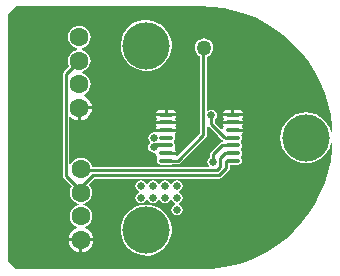
<source format=gtl>
G04 Layer_Physical_Order=1*
G04 Layer_Color=255*
%FSLAX25Y25*%
%MOIN*%
G70*
G01*
G75*
%ADD10O,0.04921X0.01378*%
%ADD11C,0.01200*%
%ADD12C,0.01000*%
%ADD13C,0.06300*%
%ADD14C,0.15748*%
%ADD15C,0.05000*%
%ADD16C,0.02500*%
G36*
X376825Y298725D02*
X380622Y298225D01*
X384360Y297396D01*
X388012Y296245D01*
X391549Y294779D01*
X394946Y293011D01*
X398175Y290954D01*
X401213Y288623D01*
X404036Y286036D01*
X406623Y283213D01*
X408954Y280175D01*
X411011Y276946D01*
X412780Y273550D01*
X414245Y270012D01*
X415396Y266360D01*
X416225Y262622D01*
X416725Y258825D01*
X416810Y256872D01*
X416313Y256787D01*
X415867Y258259D01*
X415080Y259731D01*
X414021Y261021D01*
X412731Y262080D01*
X411259Y262867D01*
X409661Y263351D01*
X408000Y263515D01*
X406339Y263351D01*
X404741Y262867D01*
X403269Y262080D01*
X401979Y261021D01*
X400920Y259731D01*
X400133Y258259D01*
X399649Y256661D01*
X399485Y255000D01*
X399649Y253339D01*
X400133Y251741D01*
X400920Y250269D01*
X401979Y248979D01*
X403269Y247920D01*
X404741Y247133D01*
X406339Y246649D01*
X408000Y246485D01*
X409661Y246649D01*
X411259Y247133D01*
X412731Y247920D01*
X414021Y248979D01*
X415080Y250269D01*
X415867Y251741D01*
X416313Y253213D01*
X416810Y253128D01*
X416725Y251175D01*
X416225Y247378D01*
X415396Y243640D01*
X414245Y239988D01*
X412780Y236451D01*
X411011Y233054D01*
X408954Y229825D01*
X406623Y226787D01*
X404036Y223964D01*
X401213Y221377D01*
X398175Y219046D01*
X394946Y216989D01*
X391549Y215220D01*
X388012Y213755D01*
X384360Y212604D01*
X380622Y211775D01*
X376825Y211275D01*
X373471Y211129D01*
X373468Y211130D01*
X373000Y211224D01*
X311507D01*
X308723Y214007D01*
Y295993D01*
X311504Y298774D01*
X372503D01*
X372971Y298867D01*
X373008Y298891D01*
X376825Y298725D01*
D02*
G37*
%LPC*%
G36*
X332500Y292404D02*
X331521Y292276D01*
X330609Y291898D01*
X329825Y291297D01*
X329224Y290513D01*
X328847Y289601D01*
X328718Y288622D01*
X328847Y287643D01*
X329224Y286731D01*
X329825Y285947D01*
X330609Y285346D01*
X331521Y284968D01*
X331759Y284937D01*
Y284433D01*
X331521Y284401D01*
X330609Y284024D01*
X329825Y283422D01*
X329224Y282639D01*
X328847Y281727D01*
X328718Y280748D01*
X328847Y279769D01*
X329165Y278999D01*
X327207Y277041D01*
X326964Y276677D01*
X326878Y276248D01*
X326878Y276248D01*
Y242374D01*
X326878Y242374D01*
X326964Y241945D01*
X327207Y241581D01*
X329909Y238879D01*
X329724Y238639D01*
X329346Y237727D01*
X329218Y236748D01*
X329346Y235769D01*
X329724Y234857D01*
X330326Y234073D01*
X331109Y233472D01*
X332021Y233095D01*
X332259Y233063D01*
Y232559D01*
X332021Y232527D01*
X331109Y232150D01*
X330326Y231549D01*
X329724Y230765D01*
X329346Y229853D01*
X329218Y228874D01*
X329346Y227895D01*
X329724Y226983D01*
X330326Y226200D01*
X331109Y225598D01*
X331530Y225424D01*
Y224883D01*
X330907Y224625D01*
X330040Y223960D01*
X329375Y223093D01*
X328957Y222083D01*
X328880Y221500D01*
X333000D01*
X337120D01*
X337043Y222083D01*
X336625Y223093D01*
X335960Y223960D01*
X335093Y224625D01*
X334470Y224883D01*
Y225424D01*
X334891Y225598D01*
X335675Y226200D01*
X336276Y226983D01*
X336653Y227895D01*
X336782Y228874D01*
X336653Y229853D01*
X336276Y230765D01*
X335675Y231549D01*
X334891Y232150D01*
X333979Y232527D01*
X333741Y232559D01*
Y233063D01*
X333979Y233095D01*
X334891Y233472D01*
X335675Y234073D01*
X336276Y234857D01*
X336653Y235769D01*
X336782Y236748D01*
X336653Y237727D01*
X336276Y238639D01*
X335675Y239422D01*
X335672Y239460D01*
X337591Y241378D01*
X379027D01*
X379027Y241378D01*
X379456Y241464D01*
X379820Y241707D01*
X382293Y244180D01*
X382293Y244180D01*
X382536Y244544D01*
X382622Y244973D01*
Y246009D01*
X385394D01*
X385897Y246109D01*
X386323Y246393D01*
X386608Y246820D01*
X386708Y247323D01*
X386608Y247826D01*
X386323Y248252D01*
X386249Y248302D01*
Y248903D01*
X386323Y248953D01*
X386608Y249379D01*
X386708Y249882D01*
X386608Y250385D01*
X386323Y250811D01*
X386249Y250861D01*
Y251462D01*
X386323Y251512D01*
X386608Y251938D01*
X386708Y252441D01*
X386608Y252944D01*
X386323Y253370D01*
X386249Y253420D01*
Y254021D01*
X386323Y254071D01*
X386608Y254497D01*
X386708Y255000D01*
X386608Y255503D01*
X386499Y255665D01*
X386575Y256317D01*
X386611Y256341D01*
X386985Y256900D01*
X387016Y257059D01*
X383622D01*
Y258059D01*
X387016D01*
X386985Y258218D01*
X386832Y258447D01*
X386641Y258839D01*
X386832Y259231D01*
X386985Y259459D01*
X387016Y259618D01*
X383622D01*
X380228D01*
X380259Y259459D01*
X380412Y259231D01*
X380603Y258839D01*
X380412Y258447D01*
X380259Y258218D01*
X380229Y258064D01*
X379686Y257900D01*
X377622Y259965D01*
Y261024D01*
X377834Y261166D01*
X378243Y261778D01*
X378386Y262500D01*
X378243Y263222D01*
X377834Y263834D01*
X377222Y264243D01*
X376500Y264386D01*
X375778Y264243D01*
X375471Y264038D01*
X374972Y264305D01*
Y282047D01*
X375563Y282292D01*
X376211Y282789D01*
X376708Y283437D01*
X377020Y284191D01*
X377127Y285000D01*
X377020Y285809D01*
X376708Y286563D01*
X376211Y287211D01*
X375563Y287708D01*
X374809Y288020D01*
X374000Y288127D01*
X373191Y288020D01*
X372437Y287708D01*
X371789Y287211D01*
X371292Y286563D01*
X370980Y285809D01*
X370873Y285000D01*
X370980Y284191D01*
X371292Y283437D01*
X371789Y282789D01*
X372437Y282292D01*
X372728Y282171D01*
Y256453D01*
X365027Y248751D01*
X364638Y249070D01*
X364741Y249223D01*
X364772Y249382D01*
X361378D01*
Y250382D01*
X364772D01*
X364741Y250541D01*
X364367Y251099D01*
X364330Y251124D01*
X364255Y251776D01*
X364364Y251938D01*
X364464Y252441D01*
X364364Y252944D01*
X364079Y253370D01*
X364005Y253420D01*
Y254021D01*
X364079Y254071D01*
X364364Y254497D01*
X364464Y255000D01*
X364364Y255503D01*
X364255Y255665D01*
X364331Y256317D01*
X364367Y256341D01*
X364741Y256900D01*
X364772Y257059D01*
X361378D01*
X357733D01*
X357517Y256843D01*
X357300Y256886D01*
X356578Y256743D01*
X355966Y256334D01*
X355557Y255722D01*
X355414Y255000D01*
X355557Y254278D01*
X355928Y253724D01*
X355926Y253234D01*
X355518Y252622D01*
X355374Y251900D01*
X355518Y251178D01*
X355926Y250566D01*
X356538Y250157D01*
X357260Y250014D01*
X357447Y250051D01*
X357933Y249638D01*
X358015Y249223D01*
X358389Y248664D01*
X358425Y248640D01*
X358501Y247988D01*
X358392Y247826D01*
X358292Y247323D01*
X358392Y246820D01*
X358677Y246393D01*
X359103Y246109D01*
X359606Y246009D01*
X363150D01*
X363653Y246109D01*
X363791Y246201D01*
X365185D01*
X365185Y246201D01*
X365614Y246287D01*
X365978Y246530D01*
X374643Y255195D01*
X374886Y255559D01*
X374972Y255988D01*
X374972Y255988D01*
Y258983D01*
X375464Y259071D01*
X375707Y258707D01*
X378538Y255876D01*
X378618Y255756D01*
X380047Y254327D01*
X380047Y254327D01*
X380167Y254247D01*
X380207Y254207D01*
X380207Y254207D01*
X380423Y254063D01*
X380271Y253563D01*
X379984D01*
X379984Y253563D01*
X379555Y253477D01*
X379191Y253234D01*
X376207Y250250D01*
X375964Y249886D01*
X375878Y249457D01*
X375879Y249457D01*
Y248476D01*
X375666Y248334D01*
X375257Y247722D01*
X375114Y247000D01*
X375257Y246278D01*
X375629Y245722D01*
X375566Y245476D01*
X375432Y245221D01*
X336703D01*
X336653Y245601D01*
X336276Y246513D01*
X335675Y247297D01*
X334891Y247898D01*
X333979Y248275D01*
X333000Y248404D01*
X332021Y248275D01*
X331109Y247898D01*
X330326Y247297D01*
X329724Y246513D01*
X329622Y246265D01*
X329121Y246364D01*
Y261841D01*
X329622Y261978D01*
X330407Y261375D01*
X331417Y260957D01*
X332000Y260880D01*
Y265000D01*
X332500D01*
Y265500D01*
X336620D01*
X336543Y266083D01*
X336125Y267093D01*
X335460Y267960D01*
X334593Y268625D01*
X333970Y268883D01*
Y269424D01*
X334391Y269598D01*
X335174Y270199D01*
X335776Y270983D01*
X336154Y271895D01*
X336282Y272874D01*
X336154Y273853D01*
X335776Y274765D01*
X335174Y275549D01*
X334391Y276150D01*
X333479Y276528D01*
X333241Y276559D01*
Y277063D01*
X333479Y277095D01*
X334391Y277472D01*
X335174Y278074D01*
X335776Y278857D01*
X336154Y279769D01*
X336282Y280748D01*
X336154Y281727D01*
X335776Y282639D01*
X335174Y283422D01*
X334391Y284024D01*
X333479Y284401D01*
X333241Y284433D01*
Y284937D01*
X333479Y284968D01*
X334391Y285346D01*
X335174Y285947D01*
X335776Y286731D01*
X336154Y287643D01*
X336282Y288622D01*
X336154Y289601D01*
X335776Y290513D01*
X335174Y291297D01*
X334391Y291898D01*
X333479Y292276D01*
X332500Y292404D01*
D02*
G37*
G36*
X364772Y259618D02*
X361378D01*
X357984D01*
X358015Y259459D01*
X358168Y259231D01*
X358359Y258839D01*
X358168Y258447D01*
X358015Y258218D01*
X357984Y258059D01*
X361378D01*
X364772D01*
X364741Y258218D01*
X364588Y258447D01*
X364397Y258839D01*
X364588Y259231D01*
X364741Y259459D01*
X364772Y259618D01*
D02*
G37*
G36*
X365000Y240886D02*
X364278Y240743D01*
X363666Y240334D01*
X363257Y239722D01*
X363255Y239710D01*
X362745D01*
X362743Y239722D01*
X362334Y240334D01*
X361722Y240743D01*
X361000Y240886D01*
X360278Y240743D01*
X359666Y240334D01*
X359257Y239722D01*
X359255Y239710D01*
X358745D01*
X358743Y239722D01*
X358334Y240334D01*
X357722Y240743D01*
X357000Y240886D01*
X356278Y240743D01*
X355666Y240334D01*
X355257Y239722D01*
X355255Y239710D01*
X354745D01*
X354743Y239722D01*
X354334Y240334D01*
X353722Y240743D01*
X353000Y240886D01*
X352278Y240743D01*
X351666Y240334D01*
X351257Y239722D01*
X351114Y239000D01*
X351257Y238278D01*
X351666Y237666D01*
X352278Y237257D01*
X352290Y237255D01*
Y236745D01*
X352278Y236743D01*
X351666Y236334D01*
X351257Y235722D01*
X351114Y235000D01*
X351257Y234278D01*
X351666Y233666D01*
X352278Y233257D01*
X353000Y233114D01*
X353722Y233257D01*
X354334Y233666D01*
X354743Y234278D01*
X354745Y234290D01*
X355255D01*
X355257Y234278D01*
X355666Y233666D01*
X356278Y233257D01*
X357000Y233114D01*
X357722Y233257D01*
X358334Y233666D01*
X358743Y234278D01*
X358745Y234290D01*
X359255D01*
X359257Y234278D01*
X359666Y233666D01*
X360278Y233257D01*
X361000Y233114D01*
X361722Y233257D01*
X362334Y233666D01*
X362743Y234278D01*
X362745Y234290D01*
X363255D01*
X363257Y234278D01*
X363666Y233666D01*
X364278Y233257D01*
X364290Y233255D01*
Y232745D01*
X364278Y232743D01*
X363666Y232334D01*
X363257Y231722D01*
X363114Y231000D01*
X363257Y230278D01*
X363666Y229666D01*
X364278Y229257D01*
X365000Y229114D01*
X365722Y229257D01*
X366334Y229666D01*
X366743Y230278D01*
X366886Y231000D01*
X366743Y231722D01*
X366334Y232334D01*
X365722Y232743D01*
X365710Y232745D01*
Y233255D01*
X365722Y233257D01*
X366334Y233666D01*
X366743Y234278D01*
X366886Y235000D01*
X366743Y235722D01*
X366334Y236334D01*
X365722Y236743D01*
X365710Y236745D01*
Y237255D01*
X365722Y237257D01*
X366334Y237666D01*
X366743Y238278D01*
X366886Y239000D01*
X366743Y239722D01*
X366334Y240334D01*
X365722Y240743D01*
X365000Y240886D01*
D02*
G37*
G36*
X354193Y232753D02*
X352546Y232481D01*
X350984Y231893D01*
X349566Y231012D01*
X348348Y229870D01*
X347376Y228514D01*
X346687Y226993D01*
X346308Y225367D01*
X346253Y223699D01*
X346525Y222052D01*
X347113Y220490D01*
X347995Y219073D01*
X349136Y217854D01*
X350493Y216882D01*
X352013Y216193D01*
X353639Y215814D01*
X355307Y215759D01*
X356954Y216031D01*
X358516Y216619D01*
X359934Y217501D01*
X361152Y218642D01*
X362124Y219999D01*
X362813Y221519D01*
X363192Y223145D01*
X363247Y224813D01*
X362975Y226460D01*
X362387Y228022D01*
X361505Y229440D01*
X360364Y230658D01*
X359008Y231630D01*
X357487Y232319D01*
X355861Y232698D01*
X354193Y232753D01*
D02*
G37*
G36*
X332500Y220500D02*
X328880D01*
X328957Y219917D01*
X329375Y218907D01*
X330040Y218040D01*
X330907Y217375D01*
X331917Y216957D01*
X332500Y216880D01*
Y220500D01*
D02*
G37*
G36*
X337120D02*
X333500D01*
Y216880D01*
X334083Y216957D01*
X335093Y217375D01*
X335960Y218040D01*
X336625Y218907D01*
X337043Y219917D01*
X337120Y220500D01*
D02*
G37*
G36*
X364772Y262177D02*
X361378D01*
X357984D01*
X358015Y262018D01*
X358389Y261459D01*
Y261336D01*
X358015Y260777D01*
X357984Y260618D01*
X361378D01*
X364772D01*
X364741Y260777D01*
X364367Y261336D01*
Y261459D01*
X364741Y262018D01*
X364772Y262177D01*
D02*
G37*
G36*
X363150Y264399D02*
X361878D01*
Y263177D01*
X364772D01*
X364741Y263336D01*
X364367Y263895D01*
X363809Y264268D01*
X363150Y264399D01*
D02*
G37*
G36*
X385394D02*
X384122D01*
Y263177D01*
X387016D01*
X386985Y263336D01*
X386611Y263895D01*
X386053Y264268D01*
X385394Y264399D01*
D02*
G37*
G36*
X355307Y294241D02*
X353639Y294186D01*
X352013Y293807D01*
X350493Y293118D01*
X349136Y292146D01*
X347995Y290928D01*
X347113Y289510D01*
X346525Y287948D01*
X346253Y286301D01*
X346308Y284632D01*
X346687Y283007D01*
X347376Y281486D01*
X348348Y280130D01*
X349566Y278989D01*
X350984Y278107D01*
X352546Y277519D01*
X354193Y277247D01*
X355861Y277302D01*
X357487Y277681D01*
X359008Y278370D01*
X360364Y279342D01*
X361505Y280560D01*
X362387Y281978D01*
X362975Y283540D01*
X363247Y285187D01*
X363192Y286855D01*
X362813Y288481D01*
X362124Y290001D01*
X361152Y291358D01*
X359934Y292499D01*
X358516Y293381D01*
X356954Y293969D01*
X355307Y294241D01*
D02*
G37*
G36*
X383122Y264399D02*
X381850D01*
X381191Y264268D01*
X380633Y263895D01*
X380259Y263336D01*
X380228Y263177D01*
X383122D01*
Y264399D01*
D02*
G37*
G36*
X387016Y262177D02*
X383622D01*
X380228D01*
X380259Y262018D01*
X380633Y261459D01*
Y261336D01*
X380259Y260777D01*
X380228Y260618D01*
X383622D01*
X387016D01*
X386985Y260777D01*
X386611Y261336D01*
Y261459D01*
X386985Y262018D01*
X387016Y262177D01*
D02*
G37*
G36*
X336620Y264500D02*
X333000D01*
Y260880D01*
X333583Y260957D01*
X334593Y261375D01*
X335460Y262040D01*
X336125Y262907D01*
X336543Y263917D01*
X336620Y264500D01*
D02*
G37*
G36*
X360878Y264399D02*
X359606D01*
X358947Y264268D01*
X358389Y263895D01*
X358015Y263336D01*
X357984Y263177D01*
X360878D01*
Y264399D01*
D02*
G37*
%LPD*%
D10*
X361378Y262677D02*
D03*
Y260118D02*
D03*
Y257559D02*
D03*
Y255000D02*
D03*
Y252441D02*
D03*
Y249882D02*
D03*
Y247323D02*
D03*
X383622Y262677D02*
D03*
Y260118D02*
D03*
Y257559D02*
D03*
Y255000D02*
D03*
Y252441D02*
D03*
Y249882D02*
D03*
Y247323D02*
D03*
D11*
X356906Y251500D02*
X357847Y252441D01*
X361378D01*
D12*
X328000Y242374D02*
Y276248D01*
Y242374D02*
X332500Y237874D01*
X328000Y276248D02*
X332500Y280748D01*
X361319Y254941D02*
X361378Y255000D01*
X379411Y256549D02*
Y256589D01*
Y256549D02*
X380840Y255120D01*
X380880D01*
X381000Y255000D01*
X383622D01*
X379984Y252441D02*
X383622D01*
X380960Y249882D02*
X383622D01*
X365185Y247323D02*
X373850Y255988D01*
X361378Y247323D02*
X365185D01*
X373850Y255988D02*
Y284700D01*
X374000Y284850D01*
Y285000D01*
X379500Y248422D02*
X380960Y249882D01*
X377000Y249457D02*
X379984Y252441D01*
X332500Y237874D02*
X337126Y242500D01*
X332500Y245748D02*
X334248Y244000D01*
X334348Y244100D01*
X377000Y247000D02*
Y249457D01*
X334348Y244100D02*
X378364D01*
X379500Y245235D01*
Y248422D01*
X337126Y242500D02*
X379027D01*
X381500Y244973D01*
Y247323D01*
X383622D01*
X376500Y259500D02*
X379411Y256589D01*
X376500Y259500D02*
Y262500D01*
X359697Y254941D02*
X361319D01*
D13*
X333000Y221000D02*
D03*
Y228874D02*
D03*
Y236748D02*
D03*
Y244622D02*
D03*
X332500Y265000D02*
D03*
Y272874D02*
D03*
Y280748D02*
D03*
Y288622D02*
D03*
D14*
X408000Y255000D02*
D03*
X354750Y285744D02*
D03*
Y224256D02*
D03*
D15*
X374000Y285000D02*
D03*
D16*
X357300Y255000D02*
D03*
X357260Y251900D02*
D03*
X331000Y252000D02*
D03*
X335000D02*
D03*
X339000D02*
D03*
X361000Y271000D02*
D03*
X357000D02*
D03*
X353000D02*
D03*
Y275000D02*
D03*
X357000D02*
D03*
X361000D02*
D03*
X375000Y214000D02*
D03*
X371000D02*
D03*
X367000D02*
D03*
X363000D02*
D03*
X359000D02*
D03*
X355000D02*
D03*
X351000D02*
D03*
X347000D02*
D03*
X343000D02*
D03*
X331000Y258000D02*
D03*
X339000D02*
D03*
X335000D02*
D03*
X365000Y279000D02*
D03*
Y271000D02*
D03*
Y275000D02*
D03*
X343000Y296000D02*
D03*
X347000D02*
D03*
X351000D02*
D03*
X355000D02*
D03*
X359000D02*
D03*
X363000D02*
D03*
X367000D02*
D03*
X371000D02*
D03*
X375000D02*
D03*
X363000Y218000D02*
D03*
X367000D02*
D03*
X371000D02*
D03*
X375000D02*
D03*
Y292000D02*
D03*
X371000D02*
D03*
X367000D02*
D03*
X363000D02*
D03*
X365000Y235000D02*
D03*
Y239000D02*
D03*
Y231000D02*
D03*
X361000Y235000D02*
D03*
X357000D02*
D03*
X353000D02*
D03*
Y239000D02*
D03*
X357000D02*
D03*
X361000D02*
D03*
X377000Y247000D02*
D03*
X376500Y262500D02*
D03*
M02*

</source>
